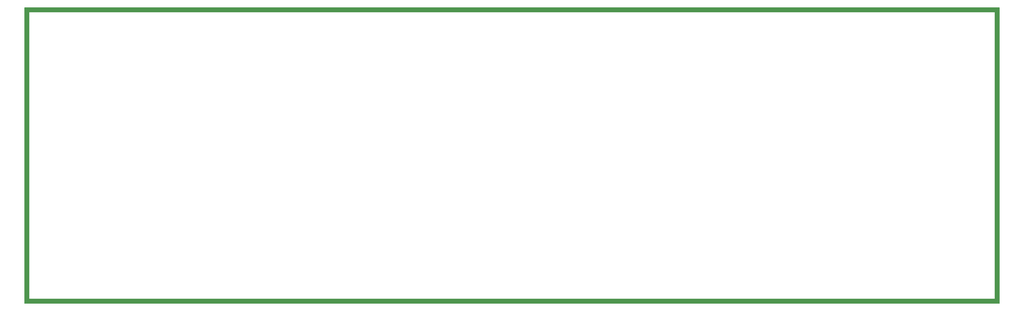
<source format=gbr>
%TF.GenerationSoftware,KiCad,Pcbnew,(6.0.5)*%
%TF.CreationDate,2022-12-19T16:28:52-07:00*%
%TF.ProjectId,Front_panel,46726f6e-745f-4706-916e-656c2e6b6963,rev?*%
%TF.SameCoordinates,Original*%
%TF.FileFunction,Soldermask,Top*%
%TF.FilePolarity,Negative*%
%FSLAX46Y46*%
G04 Gerber Fmt 4.6, Leading zero omitted, Abs format (unit mm)*
G04 Created by KiCad (PCBNEW (6.0.5)) date 2022-12-19 16:28:52*
%MOMM*%
%LPD*%
G01*
G04 APERTURE LIST*
G04 APERTURE END LIST*
G36*
X2196121Y-20002D02*
G01*
X2242614Y-73658D01*
X2254000Y-126000D01*
X2254000Y-1874000D01*
X2233998Y-1942121D01*
X2180342Y-1988614D01*
X2128000Y-2000000D01*
X2018115Y-2000000D01*
X2002876Y-2004475D01*
X2001671Y-2005865D01*
X2000000Y-2013548D01*
X2000000Y-120481885D01*
X2004475Y-120497124D01*
X2005865Y-120498329D01*
X2013548Y-120500000D01*
X2128000Y-120500000D01*
X2196121Y-120520002D01*
X2242614Y-120573658D01*
X2254000Y-120626000D01*
X2254000Y-122374000D01*
X2233998Y-122442121D01*
X2180342Y-122488614D01*
X2128000Y-122500000D01*
X126000Y-122500000D01*
X57879Y-122479998D01*
X11386Y-122426342D01*
X0Y-122374000D01*
X0Y-126000D01*
X20002Y-57879D01*
X73658Y-11386D01*
X126000Y0D01*
X2128000Y0D01*
X2196121Y-20002D01*
G37*
G36*
X1942121Y-120266002D02*
G01*
X1988614Y-120319658D01*
X2000000Y-120372000D01*
X2000000Y-120481885D01*
X2004475Y-120497124D01*
X2005865Y-120498329D01*
X2013548Y-120500000D01*
X400981885Y-120500000D01*
X400997124Y-120495525D01*
X400998329Y-120494135D01*
X401000000Y-120486452D01*
X401000000Y-120372000D01*
X401020002Y-120303879D01*
X401073658Y-120257386D01*
X401126000Y-120246000D01*
X402874000Y-120246000D01*
X402942121Y-120266002D01*
X402988614Y-120319658D01*
X403000000Y-120372000D01*
X403000000Y-122374000D01*
X402979998Y-122442121D01*
X402926342Y-122488614D01*
X402874000Y-122500000D01*
X126000Y-122500000D01*
X57879Y-122479998D01*
X11386Y-122426342D01*
X0Y-122374000D01*
X0Y-120372000D01*
X20002Y-120303879D01*
X73658Y-120257386D01*
X126000Y-120246000D01*
X1874000Y-120246000D01*
X1942121Y-120266002D01*
G37*
G36*
X402942121Y-20002D02*
G01*
X402988614Y-73658D01*
X403000000Y-126000D01*
X403000000Y-2128000D01*
X402979998Y-2196121D01*
X402926342Y-2242614D01*
X402874000Y-2254000D01*
X401126000Y-2254000D01*
X401057879Y-2233998D01*
X401011386Y-2180342D01*
X401000000Y-2128000D01*
X401000000Y-2018115D01*
X400995525Y-2002876D01*
X400994135Y-2001671D01*
X400986452Y-2000000D01*
X2018115Y-2000000D01*
X2002876Y-2004475D01*
X2001671Y-2005865D01*
X2000000Y-2013548D01*
X2000000Y-2128000D01*
X1979998Y-2196121D01*
X1926342Y-2242614D01*
X1874000Y-2254000D01*
X126000Y-2254000D01*
X57879Y-2233998D01*
X11386Y-2180342D01*
X0Y-2128000D01*
X0Y-126000D01*
X20002Y-57879D01*
X73658Y-11386D01*
X126000Y0D01*
X402874000Y0D01*
X402942121Y-20002D01*
G37*
G36*
X402942121Y-20002D02*
G01*
X402988614Y-73658D01*
X403000000Y-126000D01*
X403000000Y-122374000D01*
X402979998Y-122442121D01*
X402926342Y-122488614D01*
X402874000Y-122500000D01*
X401126000Y-122500000D01*
X401057879Y-122479998D01*
X401011386Y-122426342D01*
X401000000Y-122374000D01*
X401000000Y-2018115D01*
X400995525Y-2002876D01*
X400994135Y-2001671D01*
X400986452Y-2000000D01*
X400872000Y-2000000D01*
X400803879Y-1979998D01*
X400757386Y-1926342D01*
X400746000Y-1874000D01*
X400746000Y-126000D01*
X400766002Y-57879D01*
X400819658Y-11386D01*
X400872000Y0D01*
X402874000Y0D01*
X402942121Y-20002D01*
G37*
M02*

</source>
